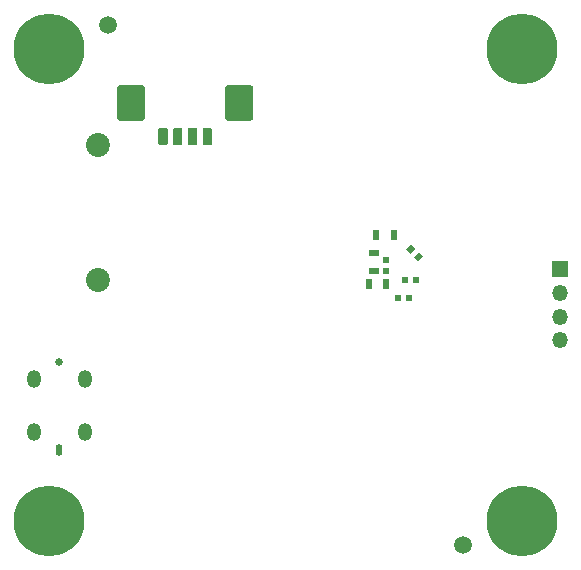
<source format=gbs>
G04 #@! TF.GenerationSoftware,KiCad,Pcbnew,5.1.5+dfsg1-2build2*
G04 #@! TF.CreationDate,2021-05-18T14:32:28+02:00*
G04 #@! TF.ProjectId,OtterCam-s3,4f747465-7243-4616-9d2d-73332e6b6963,rev?*
G04 #@! TF.SameCoordinates,Original*
G04 #@! TF.FileFunction,Soldermask,Bot*
G04 #@! TF.FilePolarity,Negative*
%FSLAX46Y46*%
G04 Gerber Fmt 4.6, Leading zero omitted, Abs format (unit mm)*
G04 Created by KiCad (PCBNEW 5.1.5+dfsg1-2build2) date 2021-05-18 14:32:28*
%MOMM*%
%LPD*%
G04 APERTURE LIST*
%ADD10C,2.030000*%
%ADD11C,0.100000*%
%ADD12C,1.520000*%
%ADD13O,1.200000X1.500000*%
%ADD14O,0.580000X1.000000*%
%ADD15C,0.660000*%
%ADD16C,0.800000*%
%ADD17C,6.000000*%
%ADD18O,1.350000X1.350000*%
%ADD19R,1.350000X1.350000*%
%ADD20R,0.600000X0.900000*%
%ADD21R,0.900000X0.600000*%
%ADD22R,0.500000X0.600000*%
%ADD23R,0.600000X0.500000*%
G04 APERTURE END LIST*
D10*
X59120000Y-63185000D03*
X59120000Y-74615000D03*
D11*
G36*
X72017394Y-58101375D02*
G01*
X72045118Y-58105488D01*
X72072305Y-58112298D01*
X72098694Y-58121740D01*
X72124031Y-58133723D01*
X72148071Y-58148132D01*
X72170583Y-58164828D01*
X72191350Y-58183650D01*
X72210172Y-58204417D01*
X72226868Y-58226929D01*
X72241277Y-58250969D01*
X72253260Y-58276306D01*
X72262702Y-58302695D01*
X72269512Y-58329882D01*
X72273625Y-58357606D01*
X72275000Y-58385600D01*
X72275000Y-60814400D01*
X72273625Y-60842394D01*
X72269512Y-60870118D01*
X72262702Y-60897305D01*
X72253260Y-60923694D01*
X72241277Y-60949031D01*
X72226868Y-60973071D01*
X72210172Y-60995583D01*
X72191350Y-61016350D01*
X72170583Y-61035172D01*
X72148071Y-61051868D01*
X72124031Y-61066277D01*
X72098694Y-61078260D01*
X72072305Y-61087702D01*
X72045118Y-61094512D01*
X72017394Y-61098625D01*
X71989400Y-61100000D01*
X70160600Y-61100000D01*
X70132606Y-61098625D01*
X70104882Y-61094512D01*
X70077695Y-61087702D01*
X70051306Y-61078260D01*
X70025969Y-61066277D01*
X70001929Y-61051868D01*
X69979417Y-61035172D01*
X69958650Y-61016350D01*
X69939828Y-60995583D01*
X69923132Y-60973071D01*
X69908723Y-60949031D01*
X69896740Y-60923694D01*
X69887298Y-60897305D01*
X69880488Y-60870118D01*
X69876375Y-60842394D01*
X69875000Y-60814400D01*
X69875000Y-58385600D01*
X69876375Y-58357606D01*
X69880488Y-58329882D01*
X69887298Y-58302695D01*
X69896740Y-58276306D01*
X69908723Y-58250969D01*
X69923132Y-58226929D01*
X69939828Y-58204417D01*
X69958650Y-58183650D01*
X69979417Y-58164828D01*
X70001929Y-58148132D01*
X70025969Y-58133723D01*
X70051306Y-58121740D01*
X70077695Y-58112298D01*
X70104882Y-58105488D01*
X70132606Y-58101375D01*
X70160600Y-58100000D01*
X71989400Y-58100000D01*
X72017394Y-58101375D01*
G37*
G36*
X62867394Y-58101375D02*
G01*
X62895118Y-58105488D01*
X62922305Y-58112298D01*
X62948694Y-58121740D01*
X62974031Y-58133723D01*
X62998071Y-58148132D01*
X63020583Y-58164828D01*
X63041350Y-58183650D01*
X63060172Y-58204417D01*
X63076868Y-58226929D01*
X63091277Y-58250969D01*
X63103260Y-58276306D01*
X63112702Y-58302695D01*
X63119512Y-58329882D01*
X63123625Y-58357606D01*
X63125000Y-58385600D01*
X63125000Y-60814400D01*
X63123625Y-60842394D01*
X63119512Y-60870118D01*
X63112702Y-60897305D01*
X63103260Y-60923694D01*
X63091277Y-60949031D01*
X63076868Y-60973071D01*
X63060172Y-60995583D01*
X63041350Y-61016350D01*
X63020583Y-61035172D01*
X62998071Y-61051868D01*
X62974031Y-61066277D01*
X62948694Y-61078260D01*
X62922305Y-61087702D01*
X62895118Y-61094512D01*
X62867394Y-61098625D01*
X62839400Y-61100000D01*
X61010600Y-61100000D01*
X60982606Y-61098625D01*
X60954882Y-61094512D01*
X60927695Y-61087702D01*
X60901306Y-61078260D01*
X60875969Y-61066277D01*
X60851929Y-61051868D01*
X60829417Y-61035172D01*
X60808650Y-61016350D01*
X60789828Y-60995583D01*
X60773132Y-60973071D01*
X60758723Y-60949031D01*
X60746740Y-60923694D01*
X60737298Y-60897305D01*
X60730488Y-60870118D01*
X60726375Y-60842394D01*
X60725000Y-60814400D01*
X60725000Y-58385600D01*
X60726375Y-58357606D01*
X60730488Y-58329882D01*
X60737298Y-58302695D01*
X60746740Y-58276306D01*
X60758723Y-58250969D01*
X60773132Y-58226929D01*
X60789828Y-58204417D01*
X60808650Y-58183650D01*
X60829417Y-58164828D01*
X60851929Y-58148132D01*
X60875969Y-58133723D01*
X60901306Y-58121740D01*
X60927695Y-58112298D01*
X60954882Y-58105488D01*
X60982606Y-58101375D01*
X61010600Y-58100000D01*
X62839400Y-58100000D01*
X62867394Y-58101375D01*
G37*
G36*
X68594603Y-61700963D02*
G01*
X68614018Y-61703843D01*
X68633057Y-61708612D01*
X68651537Y-61715224D01*
X68669279Y-61723616D01*
X68686114Y-61733706D01*
X68701879Y-61745398D01*
X68716421Y-61758579D01*
X68729602Y-61773121D01*
X68741294Y-61788886D01*
X68751384Y-61805721D01*
X68759776Y-61823463D01*
X68766388Y-61841943D01*
X68771157Y-61860982D01*
X68774037Y-61880397D01*
X68775000Y-61900000D01*
X68775000Y-63000000D01*
X68774037Y-63019603D01*
X68771157Y-63039018D01*
X68766388Y-63058057D01*
X68759776Y-63076537D01*
X68751384Y-63094279D01*
X68741294Y-63111114D01*
X68729602Y-63126879D01*
X68716421Y-63141421D01*
X68701879Y-63154602D01*
X68686114Y-63166294D01*
X68669279Y-63176384D01*
X68651537Y-63184776D01*
X68633057Y-63191388D01*
X68614018Y-63196157D01*
X68594603Y-63199037D01*
X68575000Y-63200000D01*
X68175000Y-63200000D01*
X68155397Y-63199037D01*
X68135982Y-63196157D01*
X68116943Y-63191388D01*
X68098463Y-63184776D01*
X68080721Y-63176384D01*
X68063886Y-63166294D01*
X68048121Y-63154602D01*
X68033579Y-63141421D01*
X68020398Y-63126879D01*
X68008706Y-63111114D01*
X67998616Y-63094279D01*
X67990224Y-63076537D01*
X67983612Y-63058057D01*
X67978843Y-63039018D01*
X67975963Y-63019603D01*
X67975000Y-63000000D01*
X67975000Y-61900000D01*
X67975963Y-61880397D01*
X67978843Y-61860982D01*
X67983612Y-61841943D01*
X67990224Y-61823463D01*
X67998616Y-61805721D01*
X68008706Y-61788886D01*
X68020398Y-61773121D01*
X68033579Y-61758579D01*
X68048121Y-61745398D01*
X68063886Y-61733706D01*
X68080721Y-61723616D01*
X68098463Y-61715224D01*
X68116943Y-61708612D01*
X68135982Y-61703843D01*
X68155397Y-61700963D01*
X68175000Y-61700000D01*
X68575000Y-61700000D01*
X68594603Y-61700963D01*
G37*
G36*
X67344603Y-61700963D02*
G01*
X67364018Y-61703843D01*
X67383057Y-61708612D01*
X67401537Y-61715224D01*
X67419279Y-61723616D01*
X67436114Y-61733706D01*
X67451879Y-61745398D01*
X67466421Y-61758579D01*
X67479602Y-61773121D01*
X67491294Y-61788886D01*
X67501384Y-61805721D01*
X67509776Y-61823463D01*
X67516388Y-61841943D01*
X67521157Y-61860982D01*
X67524037Y-61880397D01*
X67525000Y-61900000D01*
X67525000Y-63000000D01*
X67524037Y-63019603D01*
X67521157Y-63039018D01*
X67516388Y-63058057D01*
X67509776Y-63076537D01*
X67501384Y-63094279D01*
X67491294Y-63111114D01*
X67479602Y-63126879D01*
X67466421Y-63141421D01*
X67451879Y-63154602D01*
X67436114Y-63166294D01*
X67419279Y-63176384D01*
X67401537Y-63184776D01*
X67383057Y-63191388D01*
X67364018Y-63196157D01*
X67344603Y-63199037D01*
X67325000Y-63200000D01*
X66925000Y-63200000D01*
X66905397Y-63199037D01*
X66885982Y-63196157D01*
X66866943Y-63191388D01*
X66848463Y-63184776D01*
X66830721Y-63176384D01*
X66813886Y-63166294D01*
X66798121Y-63154602D01*
X66783579Y-63141421D01*
X66770398Y-63126879D01*
X66758706Y-63111114D01*
X66748616Y-63094279D01*
X66740224Y-63076537D01*
X66733612Y-63058057D01*
X66728843Y-63039018D01*
X66725963Y-63019603D01*
X66725000Y-63000000D01*
X66725000Y-61900000D01*
X66725963Y-61880397D01*
X66728843Y-61860982D01*
X66733612Y-61841943D01*
X66740224Y-61823463D01*
X66748616Y-61805721D01*
X66758706Y-61788886D01*
X66770398Y-61773121D01*
X66783579Y-61758579D01*
X66798121Y-61745398D01*
X66813886Y-61733706D01*
X66830721Y-61723616D01*
X66848463Y-61715224D01*
X66866943Y-61708612D01*
X66885982Y-61703843D01*
X66905397Y-61700963D01*
X66925000Y-61700000D01*
X67325000Y-61700000D01*
X67344603Y-61700963D01*
G37*
G36*
X66094603Y-61700963D02*
G01*
X66114018Y-61703843D01*
X66133057Y-61708612D01*
X66151537Y-61715224D01*
X66169279Y-61723616D01*
X66186114Y-61733706D01*
X66201879Y-61745398D01*
X66216421Y-61758579D01*
X66229602Y-61773121D01*
X66241294Y-61788886D01*
X66251384Y-61805721D01*
X66259776Y-61823463D01*
X66266388Y-61841943D01*
X66271157Y-61860982D01*
X66274037Y-61880397D01*
X66275000Y-61900000D01*
X66275000Y-63000000D01*
X66274037Y-63019603D01*
X66271157Y-63039018D01*
X66266388Y-63058057D01*
X66259776Y-63076537D01*
X66251384Y-63094279D01*
X66241294Y-63111114D01*
X66229602Y-63126879D01*
X66216421Y-63141421D01*
X66201879Y-63154602D01*
X66186114Y-63166294D01*
X66169279Y-63176384D01*
X66151537Y-63184776D01*
X66133057Y-63191388D01*
X66114018Y-63196157D01*
X66094603Y-63199037D01*
X66075000Y-63200000D01*
X65675000Y-63200000D01*
X65655397Y-63199037D01*
X65635982Y-63196157D01*
X65616943Y-63191388D01*
X65598463Y-63184776D01*
X65580721Y-63176384D01*
X65563886Y-63166294D01*
X65548121Y-63154602D01*
X65533579Y-63141421D01*
X65520398Y-63126879D01*
X65508706Y-63111114D01*
X65498616Y-63094279D01*
X65490224Y-63076537D01*
X65483612Y-63058057D01*
X65478843Y-63039018D01*
X65475963Y-63019603D01*
X65475000Y-63000000D01*
X65475000Y-61900000D01*
X65475963Y-61880397D01*
X65478843Y-61860982D01*
X65483612Y-61841943D01*
X65490224Y-61823463D01*
X65498616Y-61805721D01*
X65508706Y-61788886D01*
X65520398Y-61773121D01*
X65533579Y-61758579D01*
X65548121Y-61745398D01*
X65563886Y-61733706D01*
X65580721Y-61723616D01*
X65598463Y-61715224D01*
X65616943Y-61708612D01*
X65635982Y-61703843D01*
X65655397Y-61700963D01*
X65675000Y-61700000D01*
X66075000Y-61700000D01*
X66094603Y-61700963D01*
G37*
G36*
X64844603Y-61700963D02*
G01*
X64864018Y-61703843D01*
X64883057Y-61708612D01*
X64901537Y-61715224D01*
X64919279Y-61723616D01*
X64936114Y-61733706D01*
X64951879Y-61745398D01*
X64966421Y-61758579D01*
X64979602Y-61773121D01*
X64991294Y-61788886D01*
X65001384Y-61805721D01*
X65009776Y-61823463D01*
X65016388Y-61841943D01*
X65021157Y-61860982D01*
X65024037Y-61880397D01*
X65025000Y-61900000D01*
X65025000Y-63000000D01*
X65024037Y-63019603D01*
X65021157Y-63039018D01*
X65016388Y-63058057D01*
X65009776Y-63076537D01*
X65001384Y-63094279D01*
X64991294Y-63111114D01*
X64979602Y-63126879D01*
X64966421Y-63141421D01*
X64951879Y-63154602D01*
X64936114Y-63166294D01*
X64919279Y-63176384D01*
X64901537Y-63184776D01*
X64883057Y-63191388D01*
X64864018Y-63196157D01*
X64844603Y-63199037D01*
X64825000Y-63200000D01*
X64425000Y-63200000D01*
X64405397Y-63199037D01*
X64385982Y-63196157D01*
X64366943Y-63191388D01*
X64348463Y-63184776D01*
X64330721Y-63176384D01*
X64313886Y-63166294D01*
X64298121Y-63154602D01*
X64283579Y-63141421D01*
X64270398Y-63126879D01*
X64258706Y-63111114D01*
X64248616Y-63094279D01*
X64240224Y-63076537D01*
X64233612Y-63058057D01*
X64228843Y-63039018D01*
X64225963Y-63019603D01*
X64225000Y-63000000D01*
X64225000Y-61900000D01*
X64225963Y-61880397D01*
X64228843Y-61860982D01*
X64233612Y-61841943D01*
X64240224Y-61823463D01*
X64248616Y-61805721D01*
X64258706Y-61788886D01*
X64270398Y-61773121D01*
X64283579Y-61758579D01*
X64298121Y-61745398D01*
X64313886Y-61733706D01*
X64330721Y-61723616D01*
X64348463Y-61715224D01*
X64366943Y-61708612D01*
X64385982Y-61703843D01*
X64405397Y-61700963D01*
X64425000Y-61700000D01*
X64825000Y-61700000D01*
X64844603Y-61700963D01*
G37*
D12*
X90000000Y-97000000D03*
X60000000Y-53000000D03*
D13*
X53700000Y-83000000D03*
X58000000Y-87500000D03*
X53700000Y-87500000D03*
D14*
X55850000Y-89000000D03*
D15*
X55850000Y-81500000D03*
D13*
X58000000Y-83000000D03*
D16*
X96590990Y-96590990D03*
X95000000Y-97250000D03*
X93409010Y-96590990D03*
X92750000Y-95000000D03*
X93409010Y-93409010D03*
X95000000Y-92750000D03*
X96590990Y-93409010D03*
X97250000Y-95000000D03*
D17*
X95000000Y-95000000D03*
D16*
X96590990Y-56590990D03*
X95000000Y-57250000D03*
X93409010Y-56590990D03*
X92750000Y-55000000D03*
X93409010Y-53409010D03*
X95000000Y-52750000D03*
X96590990Y-53409010D03*
X97250000Y-55000000D03*
D17*
X95000000Y-55000000D03*
D16*
X56590990Y-96590990D03*
X55000000Y-97250000D03*
X53409010Y-96590990D03*
X52750000Y-95000000D03*
X53409010Y-93409010D03*
X55000000Y-92750000D03*
X56590990Y-93409010D03*
X57250000Y-95000000D03*
D17*
X55000000Y-95000000D03*
D16*
X56590990Y-56590990D03*
X55000000Y-57250000D03*
X53409010Y-56590990D03*
X52750000Y-55000000D03*
X53409010Y-53409010D03*
X55000000Y-52750000D03*
X56590990Y-53409010D03*
X57250000Y-55000000D03*
D17*
X55000000Y-55000000D03*
D18*
X98200000Y-79700000D03*
X98200000Y-77700000D03*
X98200000Y-75700000D03*
D19*
X98200000Y-73700000D03*
D20*
X84150000Y-70800000D03*
X82650000Y-70800000D03*
D21*
X82500000Y-73850000D03*
X82500000Y-72350000D03*
D22*
X86070000Y-74600000D03*
X85130000Y-74600000D03*
D11*
G36*
X85956569Y-71932305D02*
G01*
X85532305Y-72356569D01*
X85178751Y-72003015D01*
X85603015Y-71578751D01*
X85956569Y-71932305D01*
G37*
G36*
X86621249Y-72596985D02*
G01*
X86196985Y-73021249D01*
X85843431Y-72667695D01*
X86267695Y-72243431D01*
X86621249Y-72596985D01*
G37*
D23*
X83500000Y-73870000D03*
X83500000Y-72930000D03*
D22*
X85450000Y-76150000D03*
X84510000Y-76150000D03*
D20*
X83550000Y-74900000D03*
X82050000Y-74900000D03*
M02*

</source>
